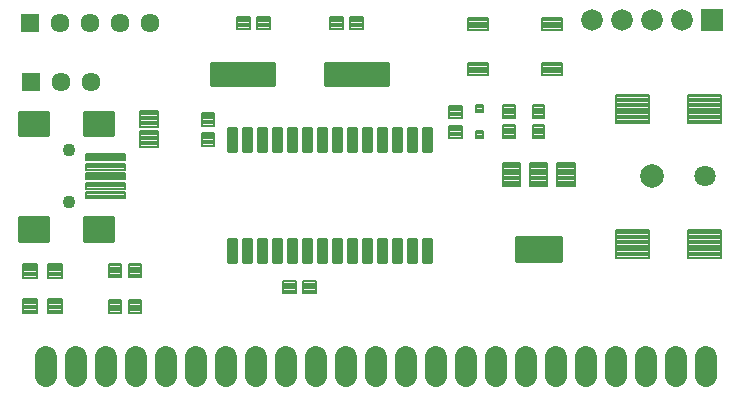
<source format=gts>
G75*
G70*
%OFA0B0*%
%FSLAX24Y24*%
%IPPOS*%
%LPD*%
%AMOC8*
5,1,8,0,0,1.08239X$1,22.5*
%
%ADD10R,0.0720X0.0720*%
%ADD11C,0.0720*%
%ADD12C,0.0087*%
%ADD13C,0.0080*%
%ADD14C,0.0434*%
%ADD15C,0.0084*%
%ADD16C,0.0081*%
%ADD17C,0.0080*%
%ADD18C,0.0083*%
%ADD19C,0.0082*%
%ADD20C,0.0789*%
%ADD21C,0.0710*%
%ADD22C,0.0084*%
%ADD23R,0.0635X0.0635*%
%ADD24C,0.0635*%
%ADD25C,0.0720*%
%ADD26C,0.0082*%
D10*
X023889Y012464D03*
D11*
X022889Y012464D03*
X021889Y012464D03*
X020889Y012464D03*
X019889Y012464D03*
D12*
X018845Y005217D02*
X017355Y005217D01*
X018845Y005217D02*
X018845Y004437D01*
X017355Y004437D01*
X017355Y005217D01*
X017355Y004523D02*
X018845Y004523D01*
X018845Y004609D02*
X017355Y004609D01*
X017355Y004695D02*
X018845Y004695D01*
X018845Y004781D02*
X017355Y004781D01*
X017355Y004867D02*
X018845Y004867D01*
X018845Y004953D02*
X017355Y004953D01*
X017355Y005039D02*
X018845Y005039D01*
X018845Y005125D02*
X017355Y005125D01*
X017355Y005211D02*
X018845Y005211D01*
X002945Y005106D02*
X002945Y005886D01*
X003923Y005886D01*
X003923Y005106D01*
X002945Y005106D01*
X002945Y005192D02*
X003923Y005192D01*
X003923Y005278D02*
X002945Y005278D01*
X002945Y005364D02*
X003923Y005364D01*
X003923Y005450D02*
X002945Y005450D01*
X002945Y005536D02*
X003923Y005536D01*
X003923Y005622D02*
X002945Y005622D01*
X002945Y005708D02*
X003923Y005708D01*
X003923Y005794D02*
X002945Y005794D01*
X002945Y005880D02*
X003923Y005880D01*
X000780Y005886D02*
X000780Y005106D01*
X000780Y005886D02*
X001758Y005886D01*
X001758Y005106D01*
X000780Y005106D01*
X000780Y005192D02*
X001758Y005192D01*
X001758Y005278D02*
X000780Y005278D01*
X000780Y005364D02*
X001758Y005364D01*
X001758Y005450D02*
X000780Y005450D01*
X000780Y005536D02*
X001758Y005536D01*
X001758Y005622D02*
X000780Y005622D01*
X000780Y005708D02*
X001758Y005708D01*
X001758Y005794D02*
X000780Y005794D01*
X000780Y005880D02*
X001758Y005880D01*
X000780Y008610D02*
X000780Y009390D01*
X001758Y009390D01*
X001758Y008610D01*
X000780Y008610D01*
X000780Y008696D02*
X001758Y008696D01*
X001758Y008782D02*
X000780Y008782D01*
X000780Y008868D02*
X001758Y008868D01*
X001758Y008954D02*
X000780Y008954D01*
X000780Y009040D02*
X001758Y009040D01*
X001758Y009126D02*
X000780Y009126D01*
X000780Y009212D02*
X001758Y009212D01*
X001758Y009298D02*
X000780Y009298D01*
X000780Y009384D02*
X001758Y009384D01*
X002945Y009390D02*
X002945Y008610D01*
X002945Y009390D02*
X003923Y009390D01*
X003923Y008610D01*
X002945Y008610D01*
X002945Y008696D02*
X003923Y008696D01*
X003923Y008782D02*
X002945Y008782D01*
X002945Y008868D02*
X003923Y008868D01*
X003923Y008954D02*
X002945Y008954D01*
X002945Y009040D02*
X003923Y009040D01*
X003923Y009126D02*
X002945Y009126D01*
X002945Y009212D02*
X003923Y009212D01*
X003923Y009298D02*
X002945Y009298D01*
X002945Y009384D02*
X003923Y009384D01*
D13*
X003021Y007976D02*
X003021Y007780D01*
X003021Y007976D02*
X004319Y007976D01*
X004319Y007780D01*
X003021Y007780D01*
X003021Y007859D02*
X004319Y007859D01*
X004319Y007938D02*
X003021Y007938D01*
X003021Y007661D02*
X003021Y007465D01*
X003021Y007661D02*
X004319Y007661D01*
X004319Y007465D01*
X003021Y007465D01*
X003021Y007544D02*
X004319Y007544D01*
X004319Y007623D02*
X003021Y007623D01*
X003021Y007346D02*
X003021Y007150D01*
X003021Y007346D02*
X004319Y007346D01*
X004319Y007150D01*
X003021Y007150D01*
X003021Y007229D02*
X004319Y007229D01*
X004319Y007308D02*
X003021Y007308D01*
X003021Y007031D02*
X003021Y006835D01*
X003021Y007031D02*
X004319Y007031D01*
X004319Y006835D01*
X003021Y006835D01*
X003021Y006914D02*
X004319Y006914D01*
X004319Y006993D02*
X003021Y006993D01*
X003021Y006716D02*
X003021Y006520D01*
X003021Y006716D02*
X004319Y006716D01*
X004319Y006520D01*
X003021Y006520D01*
X003021Y006599D02*
X004319Y006599D01*
X004319Y006678D02*
X003021Y006678D01*
D14*
X002450Y006382D03*
X002450Y008114D03*
D15*
X007185Y010281D02*
X009281Y010281D01*
X007185Y010281D02*
X007185Y011037D01*
X009281Y011037D01*
X009281Y010281D01*
X009281Y010364D02*
X007185Y010364D01*
X007185Y010447D02*
X009281Y010447D01*
X009281Y010530D02*
X007185Y010530D01*
X007185Y010613D02*
X009281Y010613D01*
X009281Y010696D02*
X007185Y010696D01*
X007185Y010779D02*
X009281Y010779D01*
X009281Y010862D02*
X007185Y010862D01*
X007185Y010945D02*
X009281Y010945D01*
X009281Y011028D02*
X007185Y011028D01*
X010985Y010281D02*
X013081Y010281D01*
X010985Y010281D02*
X010985Y011037D01*
X013081Y011037D01*
X013081Y010281D01*
X013081Y010364D02*
X010985Y010364D01*
X010985Y010447D02*
X013081Y010447D01*
X013081Y010530D02*
X010985Y010530D01*
X010985Y010613D02*
X013081Y010613D01*
X013081Y010696D02*
X010985Y010696D01*
X010985Y010779D02*
X013081Y010779D01*
X013081Y010862D02*
X010985Y010862D01*
X010985Y010945D02*
X013081Y010945D01*
X013081Y011028D02*
X010985Y011028D01*
D16*
X011151Y012563D02*
X011583Y012563D01*
X011583Y012169D01*
X011151Y012169D01*
X011151Y012563D01*
X011151Y012249D02*
X011583Y012249D01*
X011583Y012329D02*
X011151Y012329D01*
X011151Y012409D02*
X011583Y012409D01*
X011583Y012489D02*
X011151Y012489D01*
X011821Y012563D02*
X012253Y012563D01*
X012253Y012169D01*
X011821Y012169D01*
X011821Y012563D01*
X011821Y012249D02*
X012253Y012249D01*
X012253Y012329D02*
X011821Y012329D01*
X011821Y012409D02*
X012253Y012409D01*
X012253Y012489D02*
X011821Y012489D01*
X009152Y012169D02*
X008720Y012169D01*
X008720Y012563D01*
X009152Y012563D01*
X009152Y012169D01*
X009152Y012249D02*
X008720Y012249D01*
X008720Y012329D02*
X009152Y012329D01*
X009152Y012409D02*
X008720Y012409D01*
X008720Y012489D02*
X009152Y012489D01*
X008483Y012169D02*
X008051Y012169D01*
X008051Y012563D01*
X008483Y012563D01*
X008483Y012169D01*
X008483Y012249D02*
X008051Y012249D01*
X008051Y012329D02*
X008483Y012329D01*
X008483Y012409D02*
X008051Y012409D01*
X008051Y012489D02*
X008483Y012489D01*
X006879Y009373D02*
X006879Y008941D01*
X006879Y009373D02*
X007273Y009373D01*
X007273Y008941D01*
X006879Y008941D01*
X006879Y009021D02*
X007273Y009021D01*
X007273Y009101D02*
X006879Y009101D01*
X006879Y009181D02*
X007273Y009181D01*
X007273Y009261D02*
X006879Y009261D01*
X006879Y009341D02*
X007273Y009341D01*
X006879Y008704D02*
X006879Y008272D01*
X006879Y008704D02*
X007273Y008704D01*
X007273Y008272D01*
X006879Y008272D01*
X006879Y008352D02*
X007273Y008352D01*
X007273Y008432D02*
X006879Y008432D01*
X006879Y008512D02*
X007273Y008512D01*
X007273Y008592D02*
X006879Y008592D01*
X006879Y008672D02*
X007273Y008672D01*
X015128Y008537D02*
X015128Y008931D01*
X015560Y008931D01*
X015560Y008537D01*
X015128Y008537D01*
X015128Y008617D02*
X015560Y008617D01*
X015560Y008697D02*
X015128Y008697D01*
X015128Y008777D02*
X015560Y008777D01*
X015560Y008857D02*
X015128Y008857D01*
X015128Y009206D02*
X015128Y009600D01*
X015560Y009600D01*
X015560Y009206D01*
X015128Y009206D01*
X015128Y009286D02*
X015560Y009286D01*
X015560Y009366D02*
X015128Y009366D01*
X015128Y009446D02*
X015560Y009446D01*
X015560Y009526D02*
X015128Y009526D01*
X017312Y009619D02*
X017312Y009187D01*
X016918Y009187D01*
X016918Y009619D01*
X017312Y009619D01*
X017312Y009267D02*
X016918Y009267D01*
X016918Y009347D02*
X017312Y009347D01*
X017312Y009427D02*
X016918Y009427D01*
X016918Y009507D02*
X017312Y009507D01*
X017312Y009587D02*
X016918Y009587D01*
X018297Y009619D02*
X018297Y009187D01*
X017903Y009187D01*
X017903Y009619D01*
X018297Y009619D01*
X018297Y009267D02*
X017903Y009267D01*
X017903Y009347D02*
X018297Y009347D01*
X018297Y009427D02*
X017903Y009427D01*
X017903Y009507D02*
X018297Y009507D01*
X018297Y009587D02*
X017903Y009587D01*
X018297Y008950D02*
X018297Y008518D01*
X017903Y008518D01*
X017903Y008950D01*
X018297Y008950D01*
X018297Y008598D02*
X017903Y008598D01*
X017903Y008678D02*
X018297Y008678D01*
X018297Y008758D02*
X017903Y008758D01*
X017903Y008838D02*
X018297Y008838D01*
X018297Y008918D02*
X017903Y008918D01*
X017312Y008950D02*
X017312Y008518D01*
X016918Y008518D01*
X016918Y008950D01*
X017312Y008950D01*
X017312Y008598D02*
X016918Y008598D01*
X016918Y008678D02*
X017312Y008678D01*
X017312Y008758D02*
X016918Y008758D01*
X016918Y008838D02*
X017312Y008838D01*
X017312Y008918D02*
X016918Y008918D01*
X015738Y010634D02*
X015738Y011028D01*
X016406Y011028D01*
X016406Y010634D01*
X015738Y010634D01*
X015738Y010714D02*
X016406Y010714D01*
X016406Y010794D02*
X015738Y010794D01*
X015738Y010874D02*
X016406Y010874D01*
X016406Y010954D02*
X015738Y010954D01*
X015738Y012130D02*
X015738Y012524D01*
X016406Y012524D01*
X016406Y012130D01*
X015738Y012130D01*
X015738Y012210D02*
X016406Y012210D01*
X016406Y012290D02*
X015738Y012290D01*
X015738Y012370D02*
X016406Y012370D01*
X016406Y012450D02*
X015738Y012450D01*
X018218Y012524D02*
X018218Y012130D01*
X018218Y012524D02*
X018886Y012524D01*
X018886Y012130D01*
X018218Y012130D01*
X018218Y012210D02*
X018886Y012210D01*
X018886Y012290D02*
X018218Y012290D01*
X018218Y012370D02*
X018886Y012370D01*
X018886Y012450D02*
X018218Y012450D01*
X018218Y011028D02*
X018218Y010634D01*
X018218Y011028D02*
X018886Y011028D01*
X018886Y010634D01*
X018218Y010634D01*
X018218Y010714D02*
X018886Y010714D01*
X018886Y010794D02*
X018218Y010794D01*
X018218Y010874D02*
X018886Y010874D01*
X018886Y010954D02*
X018218Y010954D01*
X004852Y003882D02*
X004458Y003882D01*
X004458Y004314D01*
X004852Y004314D01*
X004852Y003882D01*
X004852Y003962D02*
X004458Y003962D01*
X004458Y004042D02*
X004852Y004042D01*
X004852Y004122D02*
X004458Y004122D01*
X004458Y004202D02*
X004852Y004202D01*
X004852Y004282D02*
X004458Y004282D01*
X004182Y003882D02*
X003788Y003882D01*
X003788Y004314D01*
X004182Y004314D01*
X004182Y003882D01*
X004182Y003962D02*
X003788Y003962D01*
X003788Y004042D02*
X004182Y004042D01*
X004182Y004122D02*
X003788Y004122D01*
X003788Y004202D02*
X004182Y004202D01*
X004182Y004282D02*
X003788Y004282D01*
X003788Y002701D02*
X004182Y002701D01*
X003788Y002701D02*
X003788Y003133D01*
X004182Y003133D01*
X004182Y002701D01*
X004182Y002781D02*
X003788Y002781D01*
X003788Y002861D02*
X004182Y002861D01*
X004182Y002941D02*
X003788Y002941D01*
X003788Y003021D02*
X004182Y003021D01*
X004182Y003101D02*
X003788Y003101D01*
X004458Y002701D02*
X004852Y002701D01*
X004458Y002701D02*
X004458Y003133D01*
X004852Y003133D01*
X004852Y002701D01*
X004852Y002781D02*
X004458Y002781D01*
X004458Y002861D02*
X004852Y002861D01*
X004852Y002941D02*
X004458Y002941D01*
X004458Y003021D02*
X004852Y003021D01*
X004852Y003101D02*
X004458Y003101D01*
X009582Y003744D02*
X010014Y003744D01*
X010014Y003350D01*
X009582Y003350D01*
X009582Y003744D01*
X009582Y003430D02*
X010014Y003430D01*
X010014Y003510D02*
X009582Y003510D01*
X009582Y003590D02*
X010014Y003590D01*
X010014Y003670D02*
X009582Y003670D01*
X010252Y003744D02*
X010684Y003744D01*
X010684Y003350D01*
X010252Y003350D01*
X010252Y003744D01*
X010252Y003430D02*
X010684Y003430D01*
X010684Y003510D02*
X010252Y003510D01*
X010252Y003590D02*
X010684Y003590D01*
X010684Y003670D02*
X010252Y003670D01*
D17*
X016899Y007700D02*
X017489Y007700D01*
X017489Y006914D01*
X016899Y006914D01*
X016899Y007700D01*
X016899Y006993D02*
X017489Y006993D01*
X017489Y007072D02*
X016899Y007072D01*
X016899Y007151D02*
X017489Y007151D01*
X017489Y007230D02*
X016899Y007230D01*
X016899Y007309D02*
X017489Y007309D01*
X017489Y007388D02*
X016899Y007388D01*
X016899Y007467D02*
X017489Y007467D01*
X017489Y007546D02*
X016899Y007546D01*
X016899Y007625D02*
X017489Y007625D01*
X017805Y007700D02*
X018395Y007700D01*
X018395Y006914D01*
X017805Y006914D01*
X017805Y007700D01*
X017805Y006993D02*
X018395Y006993D01*
X018395Y007072D02*
X017805Y007072D01*
X017805Y007151D02*
X018395Y007151D01*
X018395Y007230D02*
X017805Y007230D01*
X017805Y007309D02*
X018395Y007309D01*
X018395Y007388D02*
X017805Y007388D01*
X017805Y007467D02*
X018395Y007467D01*
X018395Y007546D02*
X017805Y007546D01*
X017805Y007625D02*
X018395Y007625D01*
X018710Y007700D02*
X019300Y007700D01*
X019300Y006914D01*
X018710Y006914D01*
X018710Y007700D01*
X018710Y006993D02*
X019300Y006993D01*
X019300Y007072D02*
X018710Y007072D01*
X018710Y007151D02*
X019300Y007151D01*
X019300Y007230D02*
X018710Y007230D01*
X018710Y007309D02*
X019300Y007309D01*
X019300Y007388D02*
X018710Y007388D01*
X018710Y007467D02*
X019300Y007467D01*
X019300Y007546D02*
X018710Y007546D01*
X018710Y007625D02*
X019300Y007625D01*
D18*
X005401Y008233D02*
X005401Y008743D01*
X005401Y008233D02*
X004813Y008233D01*
X004813Y008743D01*
X005401Y008743D01*
X005401Y008315D02*
X004813Y008315D01*
X004813Y008397D02*
X005401Y008397D01*
X005401Y008479D02*
X004813Y008479D01*
X004813Y008561D02*
X005401Y008561D01*
X005401Y008643D02*
X004813Y008643D01*
X004813Y008725D02*
X005401Y008725D01*
X005401Y008902D02*
X005401Y009412D01*
X005401Y008902D02*
X004813Y008902D01*
X004813Y009412D01*
X005401Y009412D01*
X005401Y008984D02*
X004813Y008984D01*
X004813Y009066D02*
X005401Y009066D01*
X005401Y009148D02*
X004813Y009148D01*
X004813Y009230D02*
X005401Y009230D01*
X005401Y009312D02*
X004813Y009312D01*
X004813Y009394D02*
X005401Y009394D01*
X002212Y004333D02*
X002212Y003863D01*
X001742Y003863D01*
X001742Y004333D01*
X002212Y004333D01*
X002212Y003945D02*
X001742Y003945D01*
X001742Y004027D02*
X002212Y004027D01*
X002212Y004109D02*
X001742Y004109D01*
X001742Y004191D02*
X002212Y004191D01*
X002212Y004273D02*
X001742Y004273D01*
X001386Y004333D02*
X001386Y003863D01*
X000916Y003863D01*
X000916Y004333D01*
X001386Y004333D01*
X001386Y003945D02*
X000916Y003945D01*
X000916Y004027D02*
X001386Y004027D01*
X001386Y004109D02*
X000916Y004109D01*
X000916Y004191D02*
X001386Y004191D01*
X001386Y004273D02*
X000916Y004273D01*
X001386Y003152D02*
X001386Y002682D01*
X000916Y002682D01*
X000916Y003152D01*
X001386Y003152D01*
X001386Y002764D02*
X000916Y002764D01*
X000916Y002846D02*
X001386Y002846D01*
X001386Y002928D02*
X000916Y002928D01*
X000916Y003010D02*
X001386Y003010D01*
X001386Y003092D02*
X000916Y003092D01*
X002212Y003152D02*
X002212Y002682D01*
X001742Y002682D01*
X001742Y003152D01*
X002212Y003152D01*
X002212Y002764D02*
X001742Y002764D01*
X001742Y002846D02*
X002212Y002846D01*
X002212Y002928D02*
X001742Y002928D01*
X001742Y003010D02*
X002212Y003010D01*
X002212Y003092D02*
X001742Y003092D01*
D19*
X021789Y004533D02*
X021789Y005475D01*
X021789Y004533D02*
X020689Y004533D01*
X020689Y005475D01*
X021789Y005475D01*
X021789Y004614D02*
X020689Y004614D01*
X020689Y004695D02*
X021789Y004695D01*
X021789Y004776D02*
X020689Y004776D01*
X020689Y004857D02*
X021789Y004857D01*
X021789Y004938D02*
X020689Y004938D01*
X020689Y005019D02*
X021789Y005019D01*
X021789Y005100D02*
X020689Y005100D01*
X020689Y005181D02*
X021789Y005181D01*
X021789Y005262D02*
X020689Y005262D01*
X020689Y005343D02*
X021789Y005343D01*
X021789Y005424D02*
X020689Y005424D01*
X024190Y005475D02*
X024190Y004533D01*
X023090Y004533D01*
X023090Y005475D01*
X024190Y005475D01*
X024190Y004614D02*
X023090Y004614D01*
X023090Y004695D02*
X024190Y004695D01*
X024190Y004776D02*
X023090Y004776D01*
X023090Y004857D02*
X024190Y004857D01*
X024190Y004938D02*
X023090Y004938D01*
X023090Y005019D02*
X024190Y005019D01*
X024190Y005100D02*
X023090Y005100D01*
X023090Y005181D02*
X024190Y005181D01*
X024190Y005262D02*
X023090Y005262D01*
X023090Y005343D02*
X024190Y005343D01*
X024190Y005424D02*
X023090Y005424D01*
X024190Y009021D02*
X024190Y009963D01*
X024190Y009021D02*
X023090Y009021D01*
X023090Y009963D01*
X024190Y009963D01*
X024190Y009102D02*
X023090Y009102D01*
X023090Y009183D02*
X024190Y009183D01*
X024190Y009264D02*
X023090Y009264D01*
X023090Y009345D02*
X024190Y009345D01*
X024190Y009426D02*
X023090Y009426D01*
X023090Y009507D02*
X024190Y009507D01*
X024190Y009588D02*
X023090Y009588D01*
X023090Y009669D02*
X024190Y009669D01*
X024190Y009750D02*
X023090Y009750D01*
X023090Y009831D02*
X024190Y009831D01*
X024190Y009912D02*
X023090Y009912D01*
X021789Y009963D02*
X021789Y009021D01*
X020689Y009021D01*
X020689Y009963D01*
X021789Y009963D01*
X021789Y009102D02*
X020689Y009102D01*
X020689Y009183D02*
X021789Y009183D01*
X021789Y009264D02*
X020689Y009264D01*
X020689Y009345D02*
X021789Y009345D01*
X021789Y009426D02*
X020689Y009426D01*
X020689Y009507D02*
X021789Y009507D01*
X021789Y009588D02*
X020689Y009588D01*
X020689Y009669D02*
X021789Y009669D01*
X021789Y009750D02*
X020689Y009750D01*
X020689Y009831D02*
X021789Y009831D01*
X021789Y009912D02*
X020689Y009912D01*
D20*
X021868Y007248D03*
D21*
X023640Y007248D03*
D22*
X014531Y008863D02*
X014235Y008863D01*
X014531Y008863D02*
X014531Y008081D01*
X014235Y008081D01*
X014235Y008863D01*
X014235Y008164D02*
X014531Y008164D01*
X014531Y008247D02*
X014235Y008247D01*
X014235Y008330D02*
X014531Y008330D01*
X014531Y008413D02*
X014235Y008413D01*
X014235Y008496D02*
X014531Y008496D01*
X014531Y008579D02*
X014235Y008579D01*
X014235Y008662D02*
X014531Y008662D01*
X014531Y008745D02*
X014235Y008745D01*
X014235Y008828D02*
X014531Y008828D01*
X014031Y008863D02*
X013735Y008863D01*
X014031Y008863D02*
X014031Y008081D01*
X013735Y008081D01*
X013735Y008863D01*
X013735Y008164D02*
X014031Y008164D01*
X014031Y008247D02*
X013735Y008247D01*
X013735Y008330D02*
X014031Y008330D01*
X014031Y008413D02*
X013735Y008413D01*
X013735Y008496D02*
X014031Y008496D01*
X014031Y008579D02*
X013735Y008579D01*
X013735Y008662D02*
X014031Y008662D01*
X014031Y008745D02*
X013735Y008745D01*
X013735Y008828D02*
X014031Y008828D01*
X013531Y008863D02*
X013235Y008863D01*
X013531Y008863D02*
X013531Y008081D01*
X013235Y008081D01*
X013235Y008863D01*
X013235Y008164D02*
X013531Y008164D01*
X013531Y008247D02*
X013235Y008247D01*
X013235Y008330D02*
X013531Y008330D01*
X013531Y008413D02*
X013235Y008413D01*
X013235Y008496D02*
X013531Y008496D01*
X013531Y008579D02*
X013235Y008579D01*
X013235Y008662D02*
X013531Y008662D01*
X013531Y008745D02*
X013235Y008745D01*
X013235Y008828D02*
X013531Y008828D01*
X013031Y008863D02*
X012735Y008863D01*
X013031Y008863D02*
X013031Y008081D01*
X012735Y008081D01*
X012735Y008863D01*
X012735Y008164D02*
X013031Y008164D01*
X013031Y008247D02*
X012735Y008247D01*
X012735Y008330D02*
X013031Y008330D01*
X013031Y008413D02*
X012735Y008413D01*
X012735Y008496D02*
X013031Y008496D01*
X013031Y008579D02*
X012735Y008579D01*
X012735Y008662D02*
X013031Y008662D01*
X013031Y008745D02*
X012735Y008745D01*
X012735Y008828D02*
X013031Y008828D01*
X012531Y008863D02*
X012235Y008863D01*
X012531Y008863D02*
X012531Y008081D01*
X012235Y008081D01*
X012235Y008863D01*
X012235Y008164D02*
X012531Y008164D01*
X012531Y008247D02*
X012235Y008247D01*
X012235Y008330D02*
X012531Y008330D01*
X012531Y008413D02*
X012235Y008413D01*
X012235Y008496D02*
X012531Y008496D01*
X012531Y008579D02*
X012235Y008579D01*
X012235Y008662D02*
X012531Y008662D01*
X012531Y008745D02*
X012235Y008745D01*
X012235Y008828D02*
X012531Y008828D01*
X012031Y008863D02*
X011735Y008863D01*
X012031Y008863D02*
X012031Y008081D01*
X011735Y008081D01*
X011735Y008863D01*
X011735Y008164D02*
X012031Y008164D01*
X012031Y008247D02*
X011735Y008247D01*
X011735Y008330D02*
X012031Y008330D01*
X012031Y008413D02*
X011735Y008413D01*
X011735Y008496D02*
X012031Y008496D01*
X012031Y008579D02*
X011735Y008579D01*
X011735Y008662D02*
X012031Y008662D01*
X012031Y008745D02*
X011735Y008745D01*
X011735Y008828D02*
X012031Y008828D01*
X011531Y008863D02*
X011235Y008863D01*
X011531Y008863D02*
X011531Y008081D01*
X011235Y008081D01*
X011235Y008863D01*
X011235Y008164D02*
X011531Y008164D01*
X011531Y008247D02*
X011235Y008247D01*
X011235Y008330D02*
X011531Y008330D01*
X011531Y008413D02*
X011235Y008413D01*
X011235Y008496D02*
X011531Y008496D01*
X011531Y008579D02*
X011235Y008579D01*
X011235Y008662D02*
X011531Y008662D01*
X011531Y008745D02*
X011235Y008745D01*
X011235Y008828D02*
X011531Y008828D01*
X011031Y008863D02*
X010735Y008863D01*
X011031Y008863D02*
X011031Y008081D01*
X010735Y008081D01*
X010735Y008863D01*
X010735Y008164D02*
X011031Y008164D01*
X011031Y008247D02*
X010735Y008247D01*
X010735Y008330D02*
X011031Y008330D01*
X011031Y008413D02*
X010735Y008413D01*
X010735Y008496D02*
X011031Y008496D01*
X011031Y008579D02*
X010735Y008579D01*
X010735Y008662D02*
X011031Y008662D01*
X011031Y008745D02*
X010735Y008745D01*
X010735Y008828D02*
X011031Y008828D01*
X010531Y008863D02*
X010235Y008863D01*
X010531Y008863D02*
X010531Y008081D01*
X010235Y008081D01*
X010235Y008863D01*
X010235Y008164D02*
X010531Y008164D01*
X010531Y008247D02*
X010235Y008247D01*
X010235Y008330D02*
X010531Y008330D01*
X010531Y008413D02*
X010235Y008413D01*
X010235Y008496D02*
X010531Y008496D01*
X010531Y008579D02*
X010235Y008579D01*
X010235Y008662D02*
X010531Y008662D01*
X010531Y008745D02*
X010235Y008745D01*
X010235Y008828D02*
X010531Y008828D01*
X010031Y008863D02*
X009735Y008863D01*
X010031Y008863D02*
X010031Y008081D01*
X009735Y008081D01*
X009735Y008863D01*
X009735Y008164D02*
X010031Y008164D01*
X010031Y008247D02*
X009735Y008247D01*
X009735Y008330D02*
X010031Y008330D01*
X010031Y008413D02*
X009735Y008413D01*
X009735Y008496D02*
X010031Y008496D01*
X010031Y008579D02*
X009735Y008579D01*
X009735Y008662D02*
X010031Y008662D01*
X010031Y008745D02*
X009735Y008745D01*
X009735Y008828D02*
X010031Y008828D01*
X009531Y008863D02*
X009235Y008863D01*
X009531Y008863D02*
X009531Y008081D01*
X009235Y008081D01*
X009235Y008863D01*
X009235Y008164D02*
X009531Y008164D01*
X009531Y008247D02*
X009235Y008247D01*
X009235Y008330D02*
X009531Y008330D01*
X009531Y008413D02*
X009235Y008413D01*
X009235Y008496D02*
X009531Y008496D01*
X009531Y008579D02*
X009235Y008579D01*
X009235Y008662D02*
X009531Y008662D01*
X009531Y008745D02*
X009235Y008745D01*
X009235Y008828D02*
X009531Y008828D01*
X009031Y008863D02*
X008735Y008863D01*
X009031Y008863D02*
X009031Y008081D01*
X008735Y008081D01*
X008735Y008863D01*
X008735Y008164D02*
X009031Y008164D01*
X009031Y008247D02*
X008735Y008247D01*
X008735Y008330D02*
X009031Y008330D01*
X009031Y008413D02*
X008735Y008413D01*
X008735Y008496D02*
X009031Y008496D01*
X009031Y008579D02*
X008735Y008579D01*
X008735Y008662D02*
X009031Y008662D01*
X009031Y008745D02*
X008735Y008745D01*
X008735Y008828D02*
X009031Y008828D01*
X008531Y008863D02*
X008235Y008863D01*
X008531Y008863D02*
X008531Y008081D01*
X008235Y008081D01*
X008235Y008863D01*
X008235Y008164D02*
X008531Y008164D01*
X008531Y008247D02*
X008235Y008247D01*
X008235Y008330D02*
X008531Y008330D01*
X008531Y008413D02*
X008235Y008413D01*
X008235Y008496D02*
X008531Y008496D01*
X008531Y008579D02*
X008235Y008579D01*
X008235Y008662D02*
X008531Y008662D01*
X008531Y008745D02*
X008235Y008745D01*
X008235Y008828D02*
X008531Y008828D01*
X008031Y008863D02*
X007735Y008863D01*
X008031Y008863D02*
X008031Y008081D01*
X007735Y008081D01*
X007735Y008863D01*
X007735Y008164D02*
X008031Y008164D01*
X008031Y008247D02*
X007735Y008247D01*
X007735Y008330D02*
X008031Y008330D01*
X008031Y008413D02*
X007735Y008413D01*
X007735Y008496D02*
X008031Y008496D01*
X008031Y008579D02*
X007735Y008579D01*
X007735Y008662D02*
X008031Y008662D01*
X008031Y008745D02*
X007735Y008745D01*
X007735Y008828D02*
X008031Y008828D01*
X008031Y005162D02*
X007735Y005162D01*
X008031Y005162D02*
X008031Y004380D01*
X007735Y004380D01*
X007735Y005162D01*
X007735Y004463D02*
X008031Y004463D01*
X008031Y004546D02*
X007735Y004546D01*
X007735Y004629D02*
X008031Y004629D01*
X008031Y004712D02*
X007735Y004712D01*
X007735Y004795D02*
X008031Y004795D01*
X008031Y004878D02*
X007735Y004878D01*
X007735Y004961D02*
X008031Y004961D01*
X008031Y005044D02*
X007735Y005044D01*
X007735Y005127D02*
X008031Y005127D01*
X008235Y005162D02*
X008531Y005162D01*
X008531Y004380D01*
X008235Y004380D01*
X008235Y005162D01*
X008235Y004463D02*
X008531Y004463D01*
X008531Y004546D02*
X008235Y004546D01*
X008235Y004629D02*
X008531Y004629D01*
X008531Y004712D02*
X008235Y004712D01*
X008235Y004795D02*
X008531Y004795D01*
X008531Y004878D02*
X008235Y004878D01*
X008235Y004961D02*
X008531Y004961D01*
X008531Y005044D02*
X008235Y005044D01*
X008235Y005127D02*
X008531Y005127D01*
X008735Y005162D02*
X009031Y005162D01*
X009031Y004380D01*
X008735Y004380D01*
X008735Y005162D01*
X008735Y004463D02*
X009031Y004463D01*
X009031Y004546D02*
X008735Y004546D01*
X008735Y004629D02*
X009031Y004629D01*
X009031Y004712D02*
X008735Y004712D01*
X008735Y004795D02*
X009031Y004795D01*
X009031Y004878D02*
X008735Y004878D01*
X008735Y004961D02*
X009031Y004961D01*
X009031Y005044D02*
X008735Y005044D01*
X008735Y005127D02*
X009031Y005127D01*
X009235Y005162D02*
X009531Y005162D01*
X009531Y004380D01*
X009235Y004380D01*
X009235Y005162D01*
X009235Y004463D02*
X009531Y004463D01*
X009531Y004546D02*
X009235Y004546D01*
X009235Y004629D02*
X009531Y004629D01*
X009531Y004712D02*
X009235Y004712D01*
X009235Y004795D02*
X009531Y004795D01*
X009531Y004878D02*
X009235Y004878D01*
X009235Y004961D02*
X009531Y004961D01*
X009531Y005044D02*
X009235Y005044D01*
X009235Y005127D02*
X009531Y005127D01*
X009735Y005162D02*
X010031Y005162D01*
X010031Y004380D01*
X009735Y004380D01*
X009735Y005162D01*
X009735Y004463D02*
X010031Y004463D01*
X010031Y004546D02*
X009735Y004546D01*
X009735Y004629D02*
X010031Y004629D01*
X010031Y004712D02*
X009735Y004712D01*
X009735Y004795D02*
X010031Y004795D01*
X010031Y004878D02*
X009735Y004878D01*
X009735Y004961D02*
X010031Y004961D01*
X010031Y005044D02*
X009735Y005044D01*
X009735Y005127D02*
X010031Y005127D01*
X010235Y005162D02*
X010531Y005162D01*
X010531Y004380D01*
X010235Y004380D01*
X010235Y005162D01*
X010235Y004463D02*
X010531Y004463D01*
X010531Y004546D02*
X010235Y004546D01*
X010235Y004629D02*
X010531Y004629D01*
X010531Y004712D02*
X010235Y004712D01*
X010235Y004795D02*
X010531Y004795D01*
X010531Y004878D02*
X010235Y004878D01*
X010235Y004961D02*
X010531Y004961D01*
X010531Y005044D02*
X010235Y005044D01*
X010235Y005127D02*
X010531Y005127D01*
X010735Y005162D02*
X011031Y005162D01*
X011031Y004380D01*
X010735Y004380D01*
X010735Y005162D01*
X010735Y004463D02*
X011031Y004463D01*
X011031Y004546D02*
X010735Y004546D01*
X010735Y004629D02*
X011031Y004629D01*
X011031Y004712D02*
X010735Y004712D01*
X010735Y004795D02*
X011031Y004795D01*
X011031Y004878D02*
X010735Y004878D01*
X010735Y004961D02*
X011031Y004961D01*
X011031Y005044D02*
X010735Y005044D01*
X010735Y005127D02*
X011031Y005127D01*
X011235Y005162D02*
X011531Y005162D01*
X011531Y004380D01*
X011235Y004380D01*
X011235Y005162D01*
X011235Y004463D02*
X011531Y004463D01*
X011531Y004546D02*
X011235Y004546D01*
X011235Y004629D02*
X011531Y004629D01*
X011531Y004712D02*
X011235Y004712D01*
X011235Y004795D02*
X011531Y004795D01*
X011531Y004878D02*
X011235Y004878D01*
X011235Y004961D02*
X011531Y004961D01*
X011531Y005044D02*
X011235Y005044D01*
X011235Y005127D02*
X011531Y005127D01*
X011735Y005162D02*
X012031Y005162D01*
X012031Y004380D01*
X011735Y004380D01*
X011735Y005162D01*
X011735Y004463D02*
X012031Y004463D01*
X012031Y004546D02*
X011735Y004546D01*
X011735Y004629D02*
X012031Y004629D01*
X012031Y004712D02*
X011735Y004712D01*
X011735Y004795D02*
X012031Y004795D01*
X012031Y004878D02*
X011735Y004878D01*
X011735Y004961D02*
X012031Y004961D01*
X012031Y005044D02*
X011735Y005044D01*
X011735Y005127D02*
X012031Y005127D01*
X012235Y005162D02*
X012531Y005162D01*
X012531Y004380D01*
X012235Y004380D01*
X012235Y005162D01*
X012235Y004463D02*
X012531Y004463D01*
X012531Y004546D02*
X012235Y004546D01*
X012235Y004629D02*
X012531Y004629D01*
X012531Y004712D02*
X012235Y004712D01*
X012235Y004795D02*
X012531Y004795D01*
X012531Y004878D02*
X012235Y004878D01*
X012235Y004961D02*
X012531Y004961D01*
X012531Y005044D02*
X012235Y005044D01*
X012235Y005127D02*
X012531Y005127D01*
X012735Y005162D02*
X013031Y005162D01*
X013031Y004380D01*
X012735Y004380D01*
X012735Y005162D01*
X012735Y004463D02*
X013031Y004463D01*
X013031Y004546D02*
X012735Y004546D01*
X012735Y004629D02*
X013031Y004629D01*
X013031Y004712D02*
X012735Y004712D01*
X012735Y004795D02*
X013031Y004795D01*
X013031Y004878D02*
X012735Y004878D01*
X012735Y004961D02*
X013031Y004961D01*
X013031Y005044D02*
X012735Y005044D01*
X012735Y005127D02*
X013031Y005127D01*
X013235Y005162D02*
X013531Y005162D01*
X013531Y004380D01*
X013235Y004380D01*
X013235Y005162D01*
X013235Y004463D02*
X013531Y004463D01*
X013531Y004546D02*
X013235Y004546D01*
X013235Y004629D02*
X013531Y004629D01*
X013531Y004712D02*
X013235Y004712D01*
X013235Y004795D02*
X013531Y004795D01*
X013531Y004878D02*
X013235Y004878D01*
X013235Y004961D02*
X013531Y004961D01*
X013531Y005044D02*
X013235Y005044D01*
X013235Y005127D02*
X013531Y005127D01*
X013735Y005162D02*
X014031Y005162D01*
X014031Y004380D01*
X013735Y004380D01*
X013735Y005162D01*
X013735Y004463D02*
X014031Y004463D01*
X014031Y004546D02*
X013735Y004546D01*
X013735Y004629D02*
X014031Y004629D01*
X014031Y004712D02*
X013735Y004712D01*
X013735Y004795D02*
X014031Y004795D01*
X014031Y004878D02*
X013735Y004878D01*
X013735Y004961D02*
X014031Y004961D01*
X014031Y005044D02*
X013735Y005044D01*
X013735Y005127D02*
X014031Y005127D01*
X014235Y005162D02*
X014531Y005162D01*
X014531Y004380D01*
X014235Y004380D01*
X014235Y005162D01*
X014235Y004463D02*
X014531Y004463D01*
X014531Y004546D02*
X014235Y004546D01*
X014235Y004629D02*
X014531Y004629D01*
X014531Y004712D02*
X014235Y004712D01*
X014235Y004795D02*
X014531Y004795D01*
X014531Y004878D02*
X014235Y004878D01*
X014235Y004961D02*
X014531Y004961D01*
X014531Y005044D02*
X014235Y005044D01*
X014235Y005127D02*
X014531Y005127D01*
D23*
X001170Y010397D03*
X001139Y012366D03*
D24*
X002139Y012366D03*
X003139Y012366D03*
X004139Y012366D03*
X005139Y012366D03*
X003170Y010397D03*
X002170Y010397D03*
D25*
X001670Y001240D02*
X001670Y000600D01*
X002670Y000600D02*
X002670Y001240D01*
X003670Y001240D02*
X003670Y000600D01*
X004670Y000600D02*
X004670Y001240D01*
X005670Y001240D02*
X005670Y000600D01*
X006670Y000600D02*
X006670Y001240D01*
X007670Y001240D02*
X007670Y000600D01*
X008670Y000600D02*
X008670Y001240D01*
X009670Y001240D02*
X009670Y000600D01*
X010670Y000600D02*
X010670Y001240D01*
X011670Y001240D02*
X011670Y000600D01*
X012670Y000600D02*
X012670Y001240D01*
X013670Y001240D02*
X013670Y000600D01*
X014670Y000600D02*
X014670Y001240D01*
X015670Y001240D02*
X015670Y000600D01*
X016670Y000600D02*
X016670Y001240D01*
X017670Y001240D02*
X017670Y000600D01*
X018670Y000600D02*
X018670Y001240D01*
X019670Y001240D02*
X019670Y000600D01*
X020670Y000600D02*
X020670Y001240D01*
X021670Y001240D02*
X021670Y000600D01*
X022670Y000600D02*
X022670Y001240D01*
X023670Y001240D02*
X023670Y000600D01*
D26*
X016014Y008519D02*
X016014Y008753D01*
X016248Y008753D01*
X016248Y008519D01*
X016014Y008519D01*
X016014Y008600D02*
X016248Y008600D01*
X016248Y008681D02*
X016014Y008681D01*
X016014Y009385D02*
X016014Y009619D01*
X016248Y009619D01*
X016248Y009385D01*
X016014Y009385D01*
X016014Y009466D02*
X016248Y009466D01*
X016248Y009547D02*
X016014Y009547D01*
M02*

</source>
